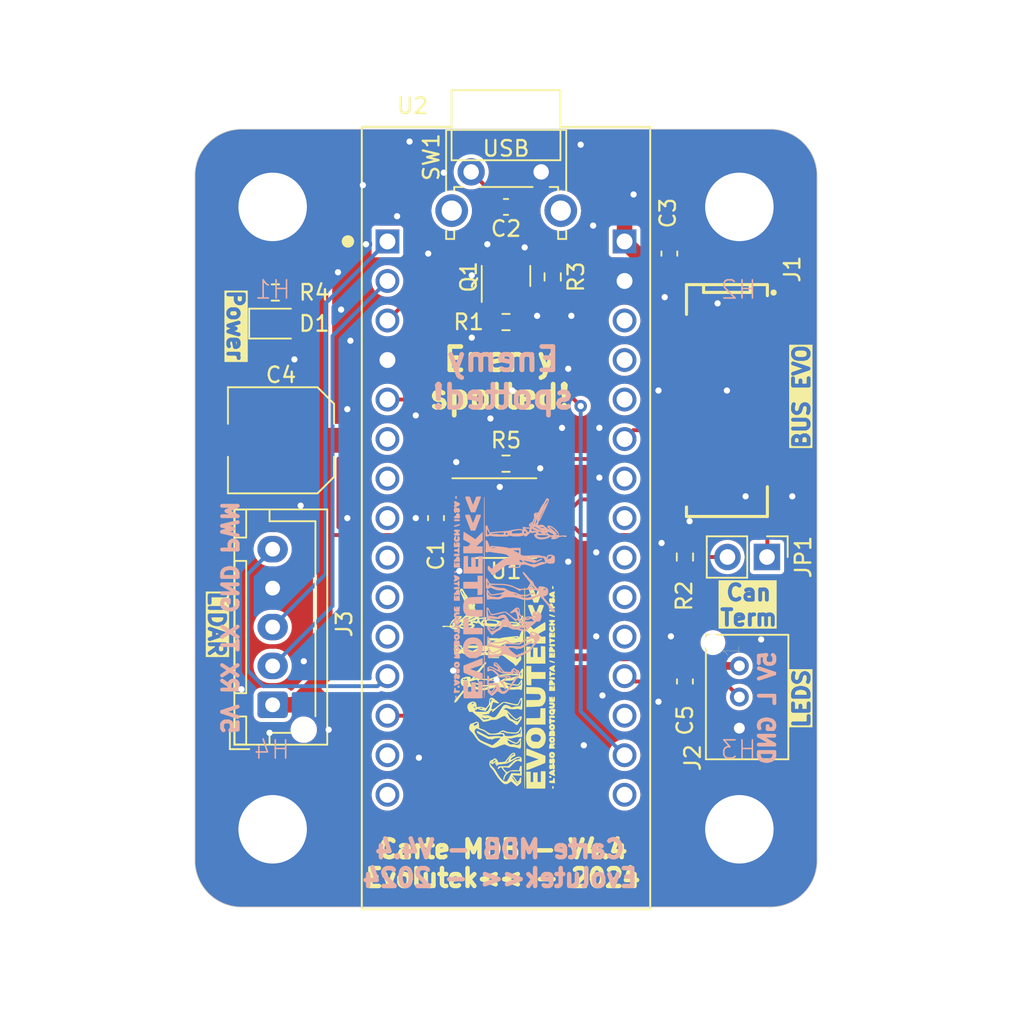
<source format=kicad_pcb>
(kicad_pcb (version 20221018) (generator pcbnew)
  (title_block (title "Carte MDB") (date "2020-11-22") (rev "V4.0") (company "Evolutek<<"))
  (layers (0 "F.Cu" signal) (31 "B.Cu" signal) (34 "B.Paste" user) (35 "F.Paste" user) (36 "B.SilkS" user "B.Silkscreen") (37 "F.SilkS" user "F.Silkscreen") (38 "B.Mask" user) (39 "F.Mask" user) (44 "Edge.Cuts" user))
  (net 0 "")
  (net 1 "/CANL")
  (net 2 "/CANH")
  (net 3 "GND")
  (net 4 "+3.3V")
  (net 5 "+5V")
  (net 6 "Net-(D1-K)")
  (net 9 "/LEDS")
  (net 10 "/CAN_TX")
  (net 11 "/CAN_RX")
  (net 12 "/AU")
  (net 13 "/LIDAR_TX")
  (net 14 "/LIDAR_RX")
  (net 15 "/RST")
  (net 16 "/LIDAR_PWM")
  (net 17 "/~{RST}")
  (net 18 "Net-(JP1-B)")
  (net 19 "Net-(U1-Rs)")
  (footprint "Capacitor_SMD:C_0603_1608Metric" (layer "F.Cu") (at 140 70)
    (fp_text reference "C2" (at 0 1.4) (layer "F.SilkS"))
    (fp_text value "100nF")
    (pad "1" smd roundrect (at -0.775 0) (size 0.9 0.95) (layers "F.Cu" "F.Paste" "F.Mask") (net 17 "/~{RST}"))
    (pad "2" smd roundrect (at 0.775 0) (size 0.9 0.95) (layers "F.Cu" "F.Paste" "F.Mask") (net 3 "GND"))
  )
  (footprint "LED_SMD:LED_0805_2012Metric" (layer "F.Cu") (at 125.175 77.5)
    (fp_text reference "D1" (at 2.5 0) (layer "F.SilkS"))
    (fp_text value "RED")
    (pad "1" smd roundrect (at -0.9375 0) (size 0.975 1.4) (layers "F.Cu" "F.Paste" "F.Mask") (net 6 "Net-(D1-K)"))
    (pad "2" smd roundrect (at 0.9375 0) (size 0.975 1.4) (layers "F.Cu" "F.Paste" "F.Mask") (net 5 "+5V"))
  )
  (footprint "Connector_JST:JST_XH_B5B-XH-AM_1x05_P2.50mm_Vertical" (layer "F.Cu") (at 125 102 90)
    (fp_text reference "J3" (at 5.2 4.6 270) (layer "F.SilkS"))
    (fp_text value "Lidar")
    (pad "" np_thru_hole circle (at -1.6 2 90) (size 1.2 1.2) (drill 1.2) (layers "*.Cu" "*.Mask"))
    (pad "1" thru_hole roundrect (at 0 0 90) (size 1.7 1.95) (drill 0.95) (layers "*.Cu" "*.Mask") (roundrect_rratio 0.1470588235) (net 5 "+5V"))
    (pad "2" thru_hole oval (at 2.5 0 90) (size 1.7 1.95) (drill 0.95) (layers "*.Cu" "*.Mask") (net 14 "/LIDAR_RX"))
    (pad "3" thru_hole oval (at 5 0 90) (size 1.7 1.95) (drill 0.95) (layers "*.Cu" "*.Mask") (net 13 "/LIDAR_TX"))
    (pad "4" thru_hole oval (at 7.5 0 90) (size 1.7 1.95) (drill 0.95) (layers "*.Cu" "*.Mask") (net 3 "GND"))
    (pad "5" thru_hole oval (at 10 0 90) (size 1.7 1.95) (drill 0.95) (layers "*.Cu" "*.Mask") (net 16 "/LIDAR_PWM"))
  )
  (footprint "Resistor_SMD:R_0603_1608Metric" (layer "F.Cu") (at 151.5 92.5 -90)
    (fp_text reference "R2" (at 2.5 0.05 90) (layer "F.SilkS"))
    (fp_text value "120")
    (pad "1" smd roundrect (at -0.825 0 270) (size 0.8 0.95) (layers "F.Cu" "F.Paste" "F.Mask") (net 1 "/CANL"))
    (pad "2" smd roundrect (at 0.825 0 270) (size 0.8 0.95) (layers "F.Cu" "F.Paste" "F.Mask") (net 18 "Net-(JP1-B)"))
  )
  (footprint "Resistor_SMD:R_0603_1608Metric" (layer "F.Cu") (at 143 74.5 90)
    (fp_text reference "R3" (at 0 1.5 90) (layer "F.SilkS"))
    (fp_text value "10k")
    (pad "1" smd roundrect (at -0.825 0 90) (size 0.8 0.95) (layers "F.Cu" "F.Paste" "F.Mask") (net 4 "+3.3V"))
    (pad "2" smd roundrect (at 0.825 0 90) (size 0.8 0.95) (layers "F.Cu" "F.Paste" "F.Mask") (net 17 "/~{RST}"))
  )
  (footprint "Package_SO:SOIC-8_3.9x4.9mm_P1.27mm" (layer "F.Cu") (at 140 90)
    (fp_text reference "U1" (at 0 3.4 180) (layer "F.SilkS"))
    (fp_text value "MCP2551-I-SN")
    (pad "1" smd roundrect (at -2.475 -1.905) (size 1.95 0.6) (layers "F.Cu" "F.Paste" "F.Mask") (net 10 "/CAN_TX"))
    (pad "2" smd roundrect (at -2.475 -0.635) (size 1.95 0.6) (layers "F.Cu" "F.Paste" "F.Mask") (net 3 "GND"))
    (pad "3" smd roundrect (at -2.475 0.635) (size 1.95 0.6) (layers "F.Cu" "F.Paste" "F.Mask") (net 5 "+5V"))
    (pad "4" smd roundrect (at -2.475 1.905) (size 1.95 0.6) (layers "F.Cu" "F.Paste" "F.Mask") (net 11 "/CAN_RX"))
    (pad "5" smd roundrect (at 2.475 1.905) (size 1.95 0.6) (layers "F.Cu" "F.Paste" "F.Mask"))
    (pad "6" smd roundrect (at 2.475 0.635) (size 1.95 0.6) (layers "F.Cu" "F.Paste" "F.Mask") (net 1 "/CANL"))
    (pad "7" smd roundrect (at 2.475 -0.635) (size 1.95 0.6) (layers "F.Cu" "F.Paste" "F.Mask") (net 2 "/CANH"))
    (pad "8" smd roundrect (at 2.475 -1.905) (size 1.95 0.6) (layers "F.Cu" "F.Paste" "F.Mask") (net 19 "Net-(U1-Rs)"))
  )
  (footprint "Resistor_SMD:R_0603_1608Metric" (layer "F.Cu") (at 125.175 75.5)
    (fp_text reference "R4" (at 2.5 0) (layer "F.SilkS"))
    (fp_text value "1k")
    (pad "1" smd roundrect (at -0.825 0) (size 0.8 0.95) (layers "F.Cu" "F.Paste" "F.Mask") (net 6 "Net-(D1-K)"))
    (pad "2" smd roundrect (at 0.825 0) (size 0.8 0.95) (layers "F.Cu" "F.Paste" "F.Mask") (net 3 "GND"))
  )
  (footprint "ConnectorsEvo:B03B-PASK" (layer "F.Cu") (at 155 101.5 90)
    (fp_text reference "J2" (at -3.9 -3 90) (layer "F.SilkS"))
    (fp_text value "Conn_01x03_Male")
    (fp_text user "1" (at 2.968 -0.5 90) (layer "F.SilkS") (effects (font (thickness 0.015))))
    (pad "" np_thru_hole circle (at 3.5 -1.7 90) (size 1.1 1.1) (drill 1.1) (layers "*.Cu" "*.Mask"))
    (pad "1" thru_hole circle (at 2 0 90) (size 1.208 1.208) (drill 0.7) (layers "*.Cu" "*.Mask") (net 5 "+5V"))
    (pad "2" thru_hole circle (at 0 0 90) (size 1.208 1.208) (drill 0.7) (layers "*.Cu" "*.Mask") (net 9 "/LEDS"))
    (pad "3" thru_hole circle (at -2 0 90) (size 1.208 1.208) (drill 0.7) (layers "*.Cu" "*.Mask") (net 3 "GND"))
  )
  (footprint "Capacitor_SMD:C_0603_1608Metric" (layer "F.Cu") (at 135.5 90 90)
    (fp_text reference "C1" (at -2.4 0 90) (layer "F.SilkS"))
    (fp_text value "100nF")
    (pad "1" smd roundrect (at -0.775 0 90) (size 0.9 0.95) (layers "F.Cu" "F.Paste" "F.Mask") (net 5 "+5V"))
    (pad "2" smd roundrect (at 0.775 0 90) (size 0.9 0.95) (layers "F.Cu" "F.Paste" "F.Mask") (net 3 "GND"))
  )
  (footprint "Capacitor_SMD:C_0603_1608Metric" (layer "F.Cu") (at 150.5 73 90)
    (fp_text reference "C3" (at 2.6 -0.1 90) (layer "F.SilkS"))
    (fp_text value "4.7uF")
    (pad "1" smd roundrect (at -0.775 0 90) (size 0.9 0.95) (layers "F.Cu" "F.Paste" "F.Mask") (net 5 "+5V"))
    (pad "2" smd roundrect (at 0.775 0 90) (size 0.9 0.95) (layers "F.Cu" "F.Paste" "F.Mask") (net 3 "GND"))
  )
  (footprint "ComponentsEvo:MODULE_NUCLEO-32" (layer "F.Cu") (at 140 90)
    (fp_text reference "U2" (at -6 -26.5) (layer "F.SilkS"))
    (fp_text value "NUCLEO-F303K8")
    (fp_text user "USB" (at 0 -23.75) (layer "F.SilkS"))
    (pad "1.1" thru_hole rect (at -7.62 -17.78) (size 1.53 1.53) (drill 1.02) (layers "*.Cu" "*.Mask") (net 13 "/LIDAR_TX"))
    (pad "1.2" thru_hole circle (at -7.62 -15.24) (size 1.53 1.53) (drill 1.02) (layers "*.Cu" "*.Mask") (net 14 "/LIDAR_RX"))
    (pad "1.3" thru_hole circle (at -7.62 -12.7) (size 1.53 1.53) (drill 1.02) (layers "*.Cu" "*.Mask") (net 17 "/~{RST}"))
    (pad "1.4" thru_hole circle (at -7.62 -10.16) (size 1.53 1.53) (drill 1.02) (layers "*.Cu" "*.Mask") (net 3 "GND"))
    (pad "1.5" thru_hole circle (at -7.62 -7.62) (size 1.53 1.53) (drill 1.02) (layers "*.Cu" "*.Mask") (net 10 "/CAN_TX"))
    (pad "1.6" thru_hole circle (at -7.62 -5.08) (size 1.53 1.53) (drill 1.02) (layers "*.Cu" "*.Mask"))
    (pad "1.7" thru_hole circle (at -7.62 -2.54) (size 1.53 1.53) (drill 1.02) (layers "*.Cu" "*.Mask"))
    (pad "1.8" thru_hole circle (at -7.62 0) (size 1.53 1.53) (drill 1.02) (layers "*.Cu" "*.Mask"))
    (pad "1.9" thru_hole circle (at -7.62 2.54) (size 1.53 1.53) (drill 1.02) (layers "*.Cu" "*.Mask"))
    (pad "1.10" thru_hole circle (at -7.62 5.08) (size 1.53 1.53) (drill 1.02) (layers "*.Cu" "*.Mask"))
    (pad "1.11" thru_hole circle (at -7.62 7.62) (size 1.53 1.53) (drill 1.02) (layers "*.Cu" "*.Mask"))
    (pad "1.12" thru_hole circle (at -7.62 10.16) (size 1.53 1.53) (drill 1.02) (layers "*.Cu" "*.Mask") (net 16 "/LIDAR_PWM"))
    (pad "1.13" thru_hole circle (at -7.62 12.7) (size 1.53 1.53) (drill 1.02) (layers "*.Cu" "*.Mask") (net 11 "/CAN_RX"))
    (pad "1.14" thru_hole circle (at -7.62 15.24) (size 1.53 1.53) (drill 1.02) (layers "*.Cu" "*.Mask"))
    (pad "1.15" thru_hole circle (at -7.62 17.78) (size 1.53 1.53) (drill 1.02) (layers "*.Cu" "*.Mask"))
    (pad "2.1" thru_hole rect (at 7.62 -17.78) (size 1.53 1.53) (drill 1.02) (layers "*.Cu" "*.Mask") (net 5 "+5V"))
    (pad "2.2" thru_hole circle (at 7.62 -15.24) (size 1.53 1.53) (drill 1.02) (layers "*.Cu" "*.Mask") (net 3 "GND"))
    (pad "2.3" thru_hole circle (at 7.62 -12.7) (size 1.53 1.53) (drill 1.02) (layers "*.Cu" "*.Mask"))
    (pad "2.4" thru_hole circle (at 7.62 -10.16) (size 1.53 1.53) (drill 1.02) (layers "*.Cu" "*.Mask"))
    (pad "2.5" thru_hole circle (at 7.62 -7.62) (size 1.53 1.53) (drill 1.02) (layers "*.Cu" "*.Mask"))
    (pad "2.6" thru_hole circle (at 7.62 -5.08) (size 1.53 1.53) (drill 1.02) (layers "*.Cu" "*.Mask") (net 12 "/AU"))
    (pad "2.7" thru_hole circle (at 7.62 -2.54) (size 1.53 1.53) (drill 1.02) (layers "*.Cu" "*.Mask"))
    (pad "2.8" thru_hole circle (at 7.62 0) (size 1.53 1.53) (drill 1.02) (layers "*.Cu" "*.Mask"))
    (pad "2.9" thru_hole circle (at 7.62 2.54) (size 1.53 1.53) (drill 1.02) (layers "*.Cu" "*.Mask"))
    (pad "2.10" thru_hole circle (at 7.62 5.08) (size 1.53 1.53) (drill 1.02) (layers "*.Cu" "*.Mask"))
    (pad "2.11" thru_hole circle (at 7.62 7.62) (size 1.53 1.53) (drill 1.02) (layers "*.Cu" "*.Mask"))
    (pad "2.12" thru_hole circle (at 7.62 10.16) (size 1.53 1.53) (drill 1.02) (layers "*.Cu" "*.Mask") (net 9 "/LEDS"))
    (pad "2.13" thru_hole circle (at 7.62 12.7) (size 1.53 1.53) (drill 1.02) (layers "*.Cu" "*.Mask"))
    (pad "2.14" thru_hole circle (at 7.62 15.24) (size 1.53 1.53) (drill 1.02) (layers "*.Cu" "*.Mask") (net 4 "+3.3V"))
    (pad "2.15" thru_hole circle (at 7.62 17.78) (size 1.53 1.53) (drill 1.02) (layers "*.Cu" "*.Mask"))
  )
  (footprint "Resistor_SMD:R_0603_1608Metric" (layer "F.Cu") (at 140 86.5)
    (fp_text reference "R5" (at 0 -1.5) (layer "F.SilkS"))
    (fp_text value "0")
    (pad "1" smd roundrect (at -0.825 0) (size 0.8 0.95) (layers "F.Cu" "F.Paste" "F.Mask") (net 3 "GND"))
    (pad "2" smd roundrect (at 0.825 0) (size 0.8 0.95) (layers "F.Cu" "F.Paste" "F.Mask") (net 19 "Net-(U1-Rs)"))
  )
  (footprint "ConnectorsEvo:690367281076" (layer "F.Cu") (at 154.2 82.445 -90)
    (fp_text reference "J1" (at -8.445 -4.2 -90) (layer "F.SilkS"))
    (fp_text value "Conn_02x05_Odd_Even")
    (pad "1" smd rect (at -5.715 -2.25 270) (size 1.5 3) (layers "F.Cu" "F.Paste" "F.Mask"))
    (pad "2" smd rect (at -4.445 2.25 270) (size 1.5 3) (layers "F.Cu" "F.Paste" "F.Mask") (net 5 "+5V"))
    (pad "3" smd rect (at -3.175 -2.25 270) (size 1.5 3) (layers "F.Cu" "F.Paste" "F.Mask") (net 5 "+5V"))
    (pad "4" smd rect (at -1.905 2.25 270) (size 1.5 3) (layers "F.Cu" "F.Paste" "F.Mask"))
    (pad "5" smd rect (at -0.635 -2.25 270) (size 1.5 3) (layers "F.Cu" "F.Paste" "F.Mask") (net 3 "GND"))
    (pad "6" smd rect (at 0.635 2.25 270) (size 1.5 3) (layers "F.Cu" "F.Paste" "F.Mask") (net 3 "GND"))
    (pad "7" smd rect (at 1.905 -2.25 270) (size 1.5 3) (layers "F.Cu" "F.Paste" "F.Mask") (net 12 "/AU"))
    (pad "8" smd rect (at 3.175 2.25 270) (size 1.5 3) (layers "F.Cu" "F.Paste" "F.Mask") (net 15 "/RST"))
    (pad "9" smd rect (at 4.445 -2.25 270) (size 1.5 3) (layers "F.Cu" "F.Paste" "F.Mask") (net 2 "/CANH"))
    (pad "10" smd rect (at 5.715 2.25 270) (size 1.5 3) (layers "F.Cu" "F.Paste" "F.Mask") (net 1 "/CANL"))
  )
  (footprint "Button_Switch_THT:SW_Tactile_SPST_Angled_PTS645Vx83-2LFS" (layer "F.Cu") (at 137.76 67.75)
    (fp_text reference "SW1" (at -2.56 -0.95 90) (layer "F.SilkS"))
    (fp_text value "SW_Push")
    (pad "" thru_hole circle (at -1.25 2.49) (size 2.1 2.1) (drill 1.3) (layers "*.Cu" "*.Mask"))
    (pad "" thru_hole circle (at 5.76 2.49) (size 2.1 2.1) (drill 1.3) (layers "*.Cu" "*.Mask"))
    (pad "1" thru_hole circle (at 0 0) (size 1.75 1.75) (drill 0.99) (layers "*.Cu" "*.Mask") (net 17 "/~{RST}"))
    (pad "2" thru_hole circle (at 4.5 0) (size 1.75 1.75) (drill 0.99) (layers "*.Cu" "*.Mask") (net 3 "GND"))
  )
  (footprint "ComponentsEvo:logo-evo-min" (layer "F.Cu") (at 139.4 100.8 90)
    (fp_text reference "G***" hide)
    (fp_text value "LOGO" hide)
  )
  (footprint "Package_TO_SOT_SMD:SOT-23" (layer "F.Cu") (at 140 74.4375 90)
    (fp_text reference "Q1" (at -0.0625 -2.4 90) (layer "F.SilkS"))
    (fp_text value "Q_NMOS_GSD")
    (pad "1" smd roundrect (at -0.9375 -0.95 90) (size 1.475 0.6) (layers "F.Cu" "F.Paste" "F.Mask") (net 15 "/RST"))
    (pad "2" smd roundrect (at -0.9375 0.95 90) (size 1.475 0.6) (layers "F.Cu" "F.Paste" "F.Mask") (net 3 "GND"))
    (pad "3" smd roundrect (at 0.9375 0 90) (size 1.475 0.6) (layers "F.Cu" "F.Paste" "F.Mask") (net 17 "/~{RST}"))
  )
  (footprint "Resistor_SMD:R_0603_1608Metric" (layer "F.Cu") (at 140 77.4)
    (fp_text reference "R1" (at -2.4 0) (layer "F.SilkS"))
    (fp_text value "10k")
    (pad "1" smd roundrect (at -0.825 0) (size 0.8 0.95) (layers "F.Cu" "F.Paste" "F.Mask") (net 15 "/RST"))
    (pad "2" smd roundrect (at 0.825 0) (size 0.8 0.95) (layers "F.Cu" "F.Paste" "F.Mask") (net 3 "GND"))
  )
  (footprint "Connector_PinHeader_2.54mm:PinHeader_1x02_P2.54mm_Vertical" (layer "F.Cu") (at 156.775 92.5 -90)
    (fp_text reference "JP1" (at 0 -2.33 90) (layer "F.SilkS"))
    (fp_text value "Jumper_2_Open")
    (pad "1" thru_hole rect (at 0 0 270) (size 1.7 1.7) (drill 1) (layers "*.Cu" "*.Mask") (net 2 "/CANH"))
    (pad "2" thru_hole oval (at 0 2.54 270) (size 1.7 1.7) (drill 1) (layers "*.Cu" "*.Mask") (net 18 "Net-(JP1-B)"))
  )
  (footprint "Capacitor_SMD:C_Elec_6.3x7.7" (layer "F.Cu") (at 125.5375 85 180)
    (fp_text reference "C4" (at 0 4.2) (layer "F.SilkS"))
    (fp_text value "100uF")
    (pad "1" smd roundrect (at -2.5375 0 180) (size 3.325 1.6) (layers "F.Cu" "F.Paste" "F.Mask") (roundrect_rratio 0.15625) (net 5 "+5V"))
    (pad "2" smd roundrect (at 2.5375 0 180) (size 3.325 1.6) (layers "F.Cu" "F.Paste" "F.Mask") (roundrect_rratio 0.15625) (net 3 "GND"))
  )
  (footprint "Capacitor_SMD:C_0603_1608Metric" (layer "F.Cu") (at 151.5 100.5 -90)
    (fp_text reference "C5" (at 2.5 0 90) (layer "F.SilkS"))
    (fp_text value "4.7uF")
    (pad "1" smd roundrect (at -0.775 0 270) (size 0.9 0.95) (layers "F.Cu" "F.Paste" "F.Mask") (net 5 "+5V"))
    (pad "2" smd roundrect (at 0.775 0 270) (size 0.9 0.95) (layers "F.Cu" "F.Paste" "F.Mask") (net 3 "GND"))
  )
  (footprint "ComponentsEvo:WA-SMSI_9774030360" (layer "B.Cu") (at 125 70 180)
    (fp_text reference "H1" (at 0 -6) (layer "B.SilkS") (effects (font (size 1.1684 1.1684) (thickness 0.1016)) (justify bottom mirror)))
    (fp_text value "MountingHole_Pad")
    (pad "1" thru_hole roundrect (at 0 0 180) (size 7.4 7.4) (drill 4.4) (layers "*.Cu" "*.Mask") (roundrect_rratio 0.5) (net 3 "GND"))
  )
  (footprint "ComponentsEvo:WA-SMSI_9774030360" (layer "B.Cu") (at 155 70 180)
    (fp_text reference "H2" (at 0.0533 -6) (layer "B.SilkS") (effects (font (size 1.1684 1.1684) (thickness 0.1016)) (justify bottom mirror)))
    (fp_text value "MountingHole_Pad")
    (pad "1" thru_hole roundrect (at 0 0 180) (size 7.4 7.4) (drill 4.4) (layers "*.Cu" "*.Mask") (roundrect_rratio 0.5) (net 3 "GND"))
  )
  (footprint "ComponentsEvo:WA-SMSI_9774030360" (layer "B.Cu") (at 155 110 180)
    (fp_text reference "H3" (at 0.0533 4.4327) (layer "B.SilkS") (effects (font (size 1.1684 1.1684) (thickness 0.1016)) (justify bottom mirror)))
    (fp_text value "MountingHole_Pad")
    (pad "1" thru_hole roundrect (at 0 0 180) (size 7.4 7.4) (drill 4.4) (layers "*.Cu" "*.Mask") (roundrect_rratio 0.5) (net 3 "GND"))
  )
  (footprint "ComponentsEvo:WA-SMSI_9774030360" (layer "B.Cu") (at 125 110 180)
    (fp_text reference "H4" (at 0.0533 4.4327) (layer "B.SilkS") (effects (font (size 1.1684 1.1684) (thickness 0.1016)) (justify bottom mirror)))
    (fp_text value "MountingHole_Pad")
    (pad "1" thru_hole roundrect (at 0 0 180) (size 7.4 7.4) (drill 4.4) (layers "*.Cu" "*.Mask") (roundrect_rratio 0.5) (net 3 "GND"))
  )
  (footprint "ComponentsEvo:logo-evo-min" (layer "B.Cu") (at 140.4 95 90)
    (fp_text reference "Gr" hide)
    (fp_text value "LOGO" hide)
  )
  (gr_line (start 120 112) (end 120 68) (stroke (width 0.05)) (layer "Edge.Cuts"))
  (gr_arc (start 157 65) (mid 159.12132 65.87868) (end 160 68) (stroke (width 0.05)) (layer "Edge.Cuts"))
  (gr_arc (start 160 112) (mid 159.12132 114.12132) (end 157 115) (stroke (width 0.05)) (layer "Edge.Cuts"))
  (gr_arc (start 123 115) (mid 120.87868 114.12132) (end 120 112) (stroke (width 0.05)) (layer "Edge.Cuts"))
  (gr_line (start 123 65) (end 157 65) (stroke (width 0.05)) (layer "Edge.Cuts"))
  (gr_line (start 160 68) (end 160 112) (stroke (width 0.05)) (layer "Edge.Cuts"))
  (gr_line (start 123 115) (end 157 115) (stroke (width 0.05)) (layer "Edge.Cuts"))
  (gr_arc (start 120 68) (mid 120.87868 65.87868) (end 123 65) (stroke (width 0.05)) (layer "Edge.Cuts"))
  (gr_text "Carte MDB - V4.4\nEvolutek<< - 2024" (at 139.6 112.2) (layer "B.SilkS") (effects (font (size 1.15 1.15) (thickness 0.2875)) (justify mirror)))
  (gr_text "5V RX TX GND PWM" (at 122.2 96.4 -90) (layer "B.SilkS") (effects (font (size 1 1) (thickness 0.25) bold) (justify mirror)))
  (gr_text "Enemy\nspotted!" (at 139.8 81) (layer "B.SilkS") (effects (font (size 1.5 1.5) (thickness 0.3)) (justify mirror)))
  (gr_text "5V L GND" (at 156.8 102.2 90) (layer "B.SilkS") (effects (font (size 1 1) (thickness 0.25) bold) (justify mirror)))
  (gr_text "Enemy\nspotted!" (at 139.6 81) (layer "F.SilkS") (effects (font (size 1.5 1.5) (thickness 0.3))))
  (gr_text "BUS EVO" (at 159 82.2 90) (layer "F.SilkS" knockout) (effects (font (size 1 1) (thickness 0.25))))
  (gr_text "LIDAR" (at 121.4 96.8 270) (layer "F.SilkS" knockout) (effects (font (size 1 1) (thickness 0.25))))
  (gr_text "Carte MDB - V4.4\nEvolutek<< - 2024" (at 139.8 112.2) (layer "F.SilkS") (effects (font (size 1.15 1.15) (thickness 0.2875))))
  (gr_text "LEDS" (at 159 101.6 90) (layer "F.SilkS" knockout) (effects (font (size 1 1) (thickness 0.25))))
  (gr_text "Can\nTerm" (at 155.6 95.6) (layer "F.SilkS" knockout) (effects (font (size 1 1) (thickness 0.25) bold)))
  (gr_text "Power" (at 122.6 77.6 270) (layer "F.SilkS" knockout) (effects (font (size 1 1) (thickness 0.25))))
  (segment (start 144.435 90.635) (end 142.475 90.635) (width 0.25) (layer "F.Cu") (net 1))
  (segment (start 151.95 88.16) (end 151.24 88.16) (width 0.25) (layer "F.Cu") (net 1))
  (segment (start 148.31 91.09) (end 144.89 91.09) (width 0.25) (layer "F.Cu") (net 1))
  (segment (start 144.89 91.09) (end 144.435 90.635) (width 0.25) (layer "F.Cu") (net 1))
  (segment (start 149.8 89.975) (end 151.5 91.675) (width 0.25) (layer "F.Cu") (net 1))
  (segment (start 149.8 89.6) (end 149.8 89.975) (width 0.25) (layer "F.Cu") (net 1))
  (segment (start 151.24 88.16) (end 148.31 91.09) (width 0.25) (layer "F.Cu") (net 1))
  (segment (start 142.475 89.365) (end 144.235 89.365) (width 0.25) (layer "F.Cu") (net 2))
  (segment (start 156.8 87.24) (end 156.8 92.475) (width 0.25) (layer "F.Cu") (net 2))
  (segment (start 144.8 88.8) (end 149.21 88.8) (width 0.25) (layer "F.Cu") (net 2))
  (segment (start 149.21 88.8) (end 149.8 88.21) (width 0.25) (layer "F.Cu") (net 2))
  (segment (start 150.31 86.89) (end 156.45 86.89) (width 0.25) (layer "F.Cu") (net 2))
  (segment (start 144.235 89.365) (end 144.8 88.8) (width 0.25) (layer "F.Cu") (net 2))
  (segment (start 149.8 87.4) (end 150.31 86.89) (width 0.25) (layer "F.Cu") (net 2))
  (segment (start 149.8 88.21) (end 149.8 87.4) (width 0.25) (layer "F.Cu") (net 2))
  (segment (start 156.8 92.475) (end 156.775 92.5) (width 0.25) (layer "F.Cu") (net 2))
  (segment (start 156.45 86.89) (end 156.8 87.24) (width 0.25) (layer "F.Cu") (net 2))
  (segment (start 140.775 69.235) (end 142.26 67.75) (width 0.25) (layer "F.Cu") (net 3))
  (segment (start 135.64 89.365) (end 135.5 89.225) (width 0.25) (layer "F.Cu") (net 3))
  (segment (start 137.525 89.365) (end 135.64 89.365) (width 0.25) (layer "F.Cu") (net 3))
  (segment (start 140.775 70) (end 140.775 69.235) (width 0.25) (layer "F.Cu") (net 3))
  (via (at 139 83.6) (size 0.8) (drill 0.4) (layers "F.Cu" "B.Cu") (net 3))
  (via (at 133.8 65.8) (size 0.8) (drill 0.4) (layers "F.Cu" "B.Cu") (net 3))
  (via (at 136 67.8) (size 0.8) (drill 0.4) (layers "F.Cu" "B.Cu") (net 3))
  (via (at 134.2 83.4) (size 0.8) (drill 0.4) (layers "F.Cu" "B.Cu") (net 3))
  (via (at 145.8 97.6) (size 0.8) (drill 0.4) (layers "F.Cu" "B.Cu") (net 3))
  (via (at 146 84.2) (size 0.8) (drill 0.4) (layers "F.Cu" "B.Cu") (net 3))
  (via (at 143.6 84.2) (size 0.8) (drill 0.4) (layers "F.Cu" "B.Cu") (net 3))
  (via (at 128.6 103.6) (size 0.8) (drill 0.4) (layers "F.Cu" "B.Cu") (net 3))
  (via (at 124.8 103.8) (size 0.8) (drill 0.4) (layers "F.Cu" "B.Cu") (net 3))
  (via (at 156.4 97.8) (size 0.8) (drill 0.4) (layers "F.Cu" "B.Cu") (net 3))
  (via (at 131 72.4) (size 0.8) (drill 0.4) (layers "F.Cu" "B.Cu") (net 3))
  (via (at 123 101) (size 0.8) (drill 0.4) (layers "F.Cu" "B.Cu") (net 3))
  (via (at 149.8 101.8) (size 0.8) (drill 0.4) (layers "F.Cu" "B.Cu") (net 3))
  (via (at 154.2 81.8) (size 0.8) (drill 0.4) (layers "F.Cu" "B.Cu") (net 3))
  (via (at 137.8 74.4) (size 0.8) (drill 0.4) (layers "F.Cu" "B.Cu") (net 3))
  (via (at 146 87.4) (size 0.8) (drill 0.4) (layers "F.Cu" "B.Cu") (net 3))
  (via (at 129.2 74.2) (size 0.8) (drill 0.4) (layers "F.Cu" "B.Cu") (net 3))
  (via (at 145.8 92.2) (size 0.8) (drill 0.4) (layers "F.Cu" "B.Cu") (net 3))
  (via (at 136.6 99.8) (size 0.8) (drill 0.4) (layers "F.Cu" "B.Cu") (net 3))
  (via (at 150.2 75.8) (size 0.8) (drill 0.4) (layers "F.Cu" "B.Cu") (net 3))
  (via (at 144.8 66) (size 0.8) (drill 0.4) (layers "F.Cu" "B.Cu") (net 3))
  (via (at 158.4 88.6) (size 0.8) (drill 0.4) (layers "F.Cu" "B.Cu") (net 3))
  (via (at 144 80.4) (size 0.8) (drill 0.4) (layers "F.Cu" "B.Cu") (net 3))
  (via (at 150 91.6) (size 0.8) (drill 0.4) (layers "F.Cu" "B.Cu") (net 3))
  (via (at 126.8 89.2) (size 0.8) (drill 0.4) (layers "F.Cu" "B.Cu") (net 3))
  (via (at 140.4 81.8) (size 0.8) (drill 0.4) (layers "F.Cu" "B.Cu") (net 3))
  (via (at 142 77) (size 0.8) (drill 0.4) (layers "F.Cu" "B.Cu") (net 3))
  (via (at 144.2 77) (size 0.8) (drill 0.4) (layers "F.Cu" "B.Cu") (net 3))
  (via (at 139.6 88) (size 0.8) (drill 0.4) (layers "F.Cu" "B.Cu") (net 3))
  (via (at 129.4 76.6) (size 0.8) (drill 0.4) (layers "F.Cu" "B.Cu") (net 3))
  (via (at 135 73) (size 0.8) (drill 0.4) (layers "F.Cu" "B.Cu") (net 3))
  (via (at 129.8 83) (size 0.8) (drill 0.4) (layers "F.Cu" "B.Cu") (net 3))
  (via (at 151.8 90.2) (size 0.8) (drill 0.4) (layers "F.Cu" "B.Cu") (net 3))
  (via (at 149.8 81.8) (size 0.8) (drill 0.4) (layers "F.Cu" "B.Cu") (net 3))
  (via (at 139.4 100.4) (size 0.8) (drill 0.4) (layers "F.Cu" "B.Cu") (net 3))
  (via (at 155.4 88.6) (size 0.8) (drill 0.4) (layers "F.Cu" "B.Cu") (net 3))
  (via (at 126.4 79.8) (size 0.8) (drill 0.4) (layers "F.Cu" "B.Cu") (net 3))
  (via (at 145 104.6) (size 0.8) (drill 0.4) (layers "F.Cu" "B.Cu") (net 3))
  (via (at 137.8 78.4) (size 0.8) (drill 0.4) (layers "F.Cu" "B.Cu") (net 3))
  (via (at 133 70.6) (size 0.8) (drill 0.4) (layers "F.Cu" "B.Cu") (net 3))
  (via (at 129.8 90) (size 0.8) (drill 0.4) (layers "F.Cu" "B.Cu") (net 3))
  (via (at 134.4 105.4) (size 0.8) (drill 0.4) (layers "F.Cu" "B.Cu") (net 3))
  (via (at 138.8 72.4) (size 0.8) (drill 0.4) (layers "F.Cu" "B.Cu") (net 3))
  (via (at 153.6 76.2) (size 0.8) (drill 0.4) (layers "F.Cu" "B.Cu") (net 3))
  (via (at 144 92.8) (size 0.8) (drill 0.4) (layers "F.Cu" "B.Cu") (net 3))
  (via (at 134.2 90) (size 0.8) (drill 0.4) (layers "F.Cu" "B.Cu") (net 3))
  (via (at 142.2 86.8) (size 0.8) (drill 0.4) (layers "F.Cu" "B.Cu") (net 3))
  (via (at 146.2 101.4) (size 0.8) (drill 0.4) (layers "F.Cu" "B.Cu") (net 3))
  (via (at 150.6 97.6) (size 0.8) (drill 0.4) (layers "F.Cu" "B.Cu") (net 3))
  (via (at 136.8 86.4) (size 0.8) (drill 0.4) (layers "F.Cu" "B.Cu") (net 3))
  (via (at 130 78.6) (size 0.8) (drill 0.4) (layers "F.Cu" "B.Cu") (net 3))
  (via (at 137 93.4) (size 0.8) (drill 0.4) (layers "F.Cu" "B.Cu") (net 3))
  (via (at 130.8 68.6) (size 0.8) (drill 0.4) (layers "F.Cu" "B.Cu") (net 3))
  (via (at 145.6 71.2) (size 0.8) (drill 0.4) (layers "F.Cu" "B.Cu") (net 3))
  (via (at 141.2 72.6) (size 0.8) (drill 0.4) (layers "F.Cu" "B.Cu") (net 3))
  (via (at 127 99.2) (size 0.8) (drill 0.4) (layers "F.Cu" "B.Cu") (net 3))
  (via (at 148.2 69.2) (size 0.8) (drill 0.4) (layers "F.Cu" "B.Cu") (net 3))
  (segment (start 143 75.325) (end 143 81) (width 0.25) (layer "F.Cu") (net 4))
  (segment (start 143 81) (end 144.8 82.8) (width 0.25) (layer "F.Cu") (net 4))
  (via (at 144.8 82.8) (size 0.8) (drill 0.4) (layers "F.Cu" "B.Cu") (net 4))
  (segment (start 144.8 82.8) (end 144.8 102.42) (width 0.25) (layer "B.Cu") (net 4))
  (segment (start 144.8 102.42) (end 147.62 105.24) (width 0.25) (layer "B.Cu") (net 4))
  (segment (start 137.525 90.635) (end 135.64 90.635) (width 0.25) (layer "F.Cu") (net 5))
  (segment (start 128.44 91.09) (end 135.185 91.09) (width 0.25) (layer "F.Cu") (net 5))
  (segment (start 151.725 99.5) (end 151.5 99.725) (width 0.5) (layer "F.Cu") (net 5))
  (segment (start 138.908172 98.945) (end 133.853172 104) (width 0.5) (layer "F.Cu") (net 5))
  (segment (start 135.67 66) (end 128.075 73.595) (width 1) (layer "F.Cu") (net 5))
  (segment (start 128.075 77.6) (end 128.075 85) (width 1) (layer "F.Cu") (net 5))
  (segment (start 133.853172 104) (end 130.8 104) (width 0.5) (layer "F.Cu") (net 5))
  (segment (start 135.185 91.09) (end 135.5 90.775) (width 0.25) (layer "F.Cu") (net 5))
  (segment (start 130.8 104) (end 127.6 100.8) (width 0.5) (layer "F.Cu") (net 5))
  (segment (start 128.35 100.05) (end 127.6 100.8) (width 1) (layer "F.Cu") (net 5))
  (segment (start 127.975 77.5) (end 128.075 77.6) (width 0.25) (layer "F.Cu") (net 5))
  (segment (start 150.72 98.945) (end 138.908172 98.945) (width 0.5) (layer "F.Cu") (net 5))
  (segment (start 135.64 90.635) (end 135.5 90.775) (width 0.25) (layer "F.Cu") (net 5))
  (segment (start 128.35 85.275) (end 128.35 91) (width 1) (layer "F.Cu") (net 5))
  (segment (start 128.35 91) (end 128.44 91.09) (width 0.25) (layer "F.Cu") (net 5))
  (segment (start 147.62 72.22) (end 147.62 70.882613) (width 1) (layer "F.Cu") (net 5))
  (segment (start 154.75 79.27) (end 153.48 78) (width 1) (layer "F.Cu") (net 5))
  (segment (start 147.62 70.882613) (end 142.737387 66) (width 1) (layer "F.Cu") (net 5))
  (segment (start 126.4 102) (end 125 102) (width 1) (layer "F.Cu") (net 5))
  (segment (start 156.45 79.27) (end 154.75 79.27) (width 1) (layer "F.Cu") (net 5))
  (segment (start 128.35 99) (end 128.35 100.05) (width 1) (layer "F.Cu") (net 5))
  (segment (start 142.737387 66) (end 135.67 66) (width 1) (layer "F.Cu") (net 5))
  (segment (start 151.95 75.225) (end 150.5 73.775) (width 1) (layer "F.Cu") (net 5))
  (segment (start 151.95 78) (end 151.95 75.225) (width 1) (layer "F.Cu") (net 5))
  (segment (start 149.175 73.775) (end 147.62 72.22) (width 1) (layer "F.Cu") (net 5))
  (segment (start 155 99.5) (end 151.725 99.5) (width 0.5) (layer "F.Cu") (net 5))
  (segment (start 153.48 78) (end 151.95 78) (width 1) (layer "F.Cu") (net 5))
  (segment (start 151.5 99.725) (end 150.72 98.945) (width 0.5) (layer "F.Cu") (net 5))
  (segment (start 128.35 91) (end 128.35 99) (width 1) (layer "F.Cu") (net 5))
  (segment (start 128.075 73.595) (end 128.075 77.6) (width 1) (layer "F.Cu") (net 5))
  (segment (start 126.1125 77.5) (end 127.975 77.5) (width 0.25) (layer "F.Cu") (net 5))
  (segment (start 128.075 85) (end 128.35 85.275) (width 1) (layer "F.Cu") (net 5))
  (segment (start 150.5 73.775) (end 149.175 73.775) (width 1) (layer "F.Cu") (net 5))
  (segment (start 127.6 100.8) (end 126.4 102) (width 1) (layer "F.Cu") (net 5))
  (segment (start 124.35 77.3875) (end 124.2375 77.5) (width 0.25) (layer "F.Cu") (net 6))
  (segment (start 124.35 75.5) (end 124.35 77.3875) (width 0.25) (layer "F.Cu") (net 6))
  (segment (start 155 101.5) (end 154 100.5) (width 0.25) (layer "F.Cu") (net 9))
  (segment (start 154 100.5) (end 147.96 100.5) (width 0.25) (layer "F.Cu") (net 9))
  (segment (start 147.96 100.5) (end 147.62 100.16) (width 0.25) (layer "F.Cu") (net 9))
  (segment (start 135.6 86.8) (end 135.6 83.4) (width 0.25) (layer "F.Cu") (net 10))
  (segment (start 135.6 83.4) (end 134.58 82.38) (width 0.25) (layer "F.Cu") (net 10))
  (segment (start 137.525 88.095) (end 136.895 88.095) (width 0.25) (layer "F.Cu") (net 10))
  (segment (start 136.895 88.095) (end 135.6 86.8) (width 0.25) (layer "F.Cu") (net 10))
  (segment (start 134.58 82.38) (end 132.38 82.38) (width 0.25) (layer "F.Cu") (net 10))
  (segment (start 135.6 93.2) (end 136.895 91.905) (width 0.25) (layer "F.Cu") (net 11))
  (segment (start 136.895 91.905) (end 137.525 91.905) (width 0.25) (layer "F.Cu") (net 11))
  (segment (start 134.34 102.7) (end 135.6 101.44) (width 0.25) (layer "F.Cu") (net 11))
  (segment (start 135.6 101.44) (end 135.6 93.2) (width 0.25) (layer "F.Cu") (net 11))
  (segment (start 132.38 102.7) (end 134.34 102.7) (width 0.25) (layer "F.Cu") (net 11))
  (segment (start 148.19 84.35) (end 147.62 84.92) (width 0.25) (layer "F.Cu") (net 12))
  (segment (start 156.45 84.35) (end 148.19 84.35) (width 0.25) (layer "F.Cu") (net 12))
  (segment (start 128.4 76.2) (end 132.38 72.22) (width 0.25) (layer "B.Cu") (net 13))
  (segment (start 128.4 93.6) (end 128.4 76.2) (width 0.25) (layer "B.Cu") (net 13))
  (segment (start 125 97) (end 128.4 93.6) (width 0.25) (layer "B.Cu") (net 13))
  (segment (start 132.38 74.76) (end 128.85 78.29) (width 0.25) (layer "B.Cu") (net 14))
  (segment (start 128.85 95.65) (end 125 99.5) (width 0.25) (layer "B.Cu") (net 14))
  (segment (start 128.85 78.29) (end 128.85 95.65) (width 0.25) (layer "B.Cu") (net 14))
  (segment (start 139.05 75.375) (end 139.05 77.275) (width 0.25) (layer "F.Cu") (net 15))
  (segment (start 139.175 82.175) (end 143.2 86.2) (width 0.25) (layer "F.Cu") (net 15))
  (segment (start 139.175 77.4) (end 139.175 82.175) (width 0.25) (layer "F.Cu") (net 15))
  (segment (start 139.05 77.275) (end 139.175 77.4) (width 0.25) (layer "F.Cu") (net 15))
  (segment (start 150.08 85.62) (end 151.95 85.62) (width 0.25) (layer "F.Cu") (net 15))
  (segment (start 149.5 86.2) (end 150.08 85.62) (width 0.25) (layer "F.Cu") (net 15))
  (segment (start 143.2 86.2) (end 149.5 86.2) (width 0.25) (layer "F.Cu") (net 15))
  (segment (start 123.4 93.6) (end 125 92) (width 0.25) (layer "B.Cu") (net 16))
  (segment (start 124.4 100.8) (end 123.4 99.8) (width 0.25) (layer "B.Cu") (net 16))
  (segment (start 131.74 100.8) (end 124.4 100.8) (width 0.25) (layer "B.Cu") (net 16))
  (segment (start 123.4 99.8) (end 123.4 93.6) (width 0.25) (layer "B.Cu") (net 16))
  (segment (start 132.38 100.16) (end 131.74 100.8) (width 0.25) (layer "B.Cu") (net 16))
  (segment (start 140 70.775) (end 140 73.5) (width 0.25) (layer "F.Cu") (net 17))
  (segment (start 139.225 69.215) (end 139.225 70) (width 0.25) (layer "F.Cu") (net 17))
  (segment (start 137.76 67.75) (end 139.225 69.215) (width 0.25) (layer "F.Cu") (net 17))
  (segment (start 140 73.5) (end 136.18 73.5) (width 0.25) (layer "F.Cu") (net 17))
  (segment (start 136.18 73.5) (end 132.38 77.3) (width 0.25) (layer "F.Cu") (net 17))
  (segment (start 140.175 73.675) (end 140 73.5) (width 0.25) (layer "F.Cu") (net 17))
  (segment (start 143 73.675) (end 140.175 73.675) (width 0.25) (layer "F.Cu") (net 17))
  (segment (start 139.225 70) (end 140 70.775) (width 0.25) (layer "F.Cu") (net 17))
  (segment (start 151.5 93.325) (end 152.325 92.5) (width 0.25) (layer "F.Cu") (net 18))
  (segment (start 152.325 92.5) (end 154.235 92.5) (width 0.25) (layer "F.Cu") (net 18))
  (segment (start 141.095 88.095) (end 142.475 88.095) (width 0.25) (layer "F.Cu") (net 19))
  (segment (start 140.825 87.825) (end 141.095 88.095) (width 0.25) (layer "F.Cu") (net 19))
  (segment (start 140.825 86.5) (end 140.825 87.825) (width 0.25) (layer "F.Cu") (net 19))
  (zone (net 3) (net_name "GND") (layer "F.Cu") (connect_pads yes (clearance 0.254)) (min_thickness 0.254) (fill yes (thermal_gap 0.508) (thermal_bridge_width 0.508) (smoothing fillet) (radius 2.5))
    (polygon (pts (xy 160 115) (xy 120 115) (xy 120 65) (xy 160 65)))
  )
  (zone (net 3) (net_name "GND") (layer "B.Cu") (connect_pads yes (clearance 0.254)) (min_thickness 0.254) (fill yes (thermal_gap 0.508) (thermal_bridge_width 0.508) (smoothing fillet) (radius 2.5))
    (polygon (pts (xy 160 115) (xy 120 115) (xy 120 65) (xy 160 65)))
  )
)
</source>
